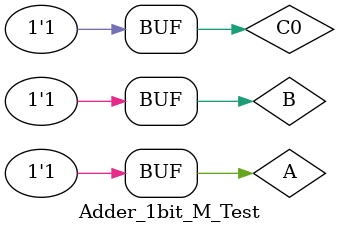
<source format=v>
`timescale 1ns / 1ps


module Adder_1bit_M_Test;
	reg A,B,C0;
	wire C1,F;
	
	Adder_1bit_M uut (.A(A),.B(B),.C0(C0),.C1(C1),.F(F));

	initial begin
		A = 0;B = 0;C0 = 0;#100;
		A = 0;B = 1;C0 = 0;#100;
		A = 1;B = 0;C0 = 0;#100;
		A = 1;B = 1;C0 = 0;#100;
		A = 0;B = 0;C0 = 1;#100;
		A = 0;B = 1;C0 = 1;#100;
		A = 1;B = 0;C0 = 1;#100;
		A = 1;B = 1;C0 = 1;#100;
	end
      
endmodule


</source>
